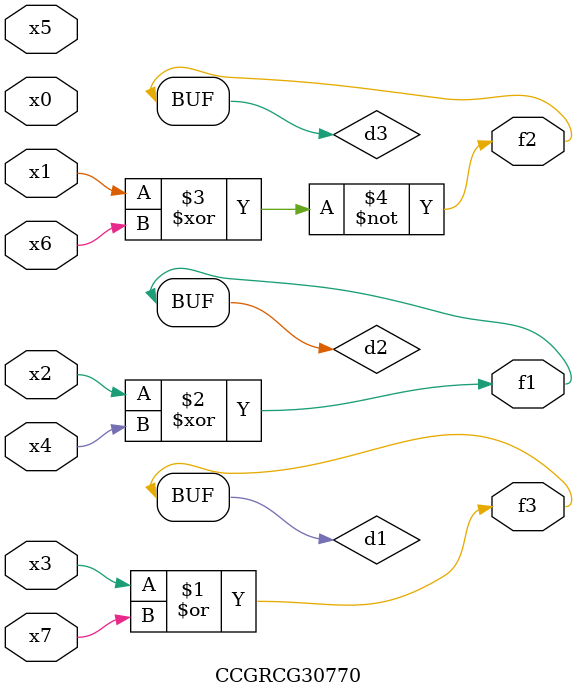
<source format=v>
module CCGRCG30770(
	input x0, x1, x2, x3, x4, x5, x6, x7,
	output f1, f2, f3
);

	wire d1, d2, d3;

	or (d1, x3, x7);
	xor (d2, x2, x4);
	xnor (d3, x1, x6);
	assign f1 = d2;
	assign f2 = d3;
	assign f3 = d1;
endmodule

</source>
